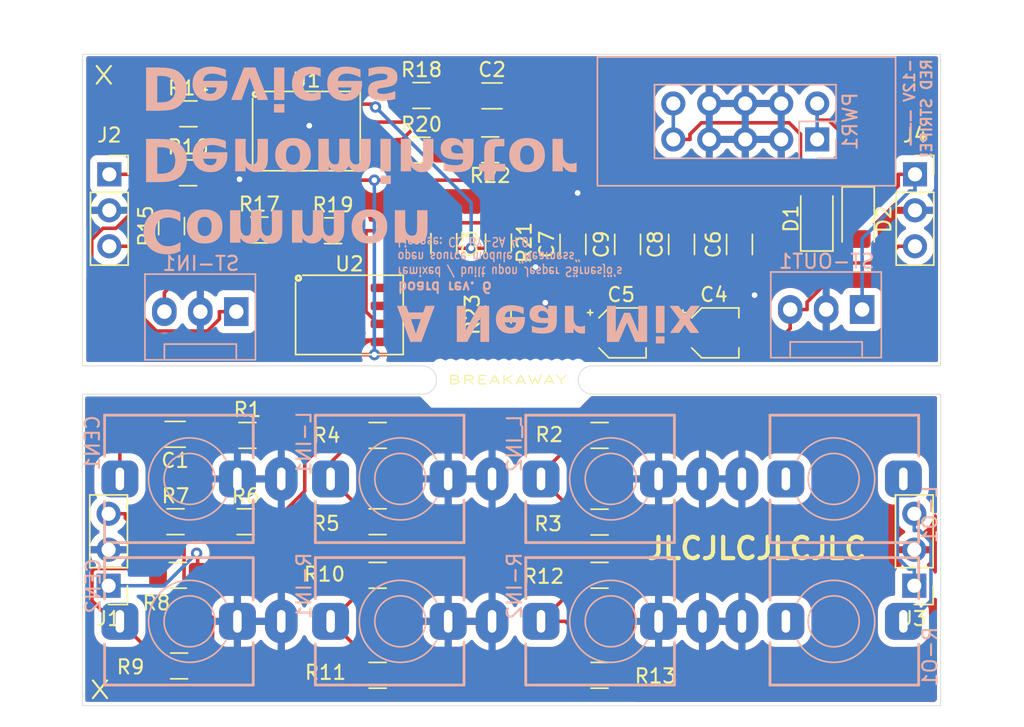
<source format=kicad_pcb>
(kicad_pcb (version 20240108) (generator "pcbnew") (generator_version "8.0")
  (layers (0 "F.Cu" signal) (31 "B.Cu" signal) (34 "B.Paste" user) (35 "F.Paste" user) (36 "B.SilkS" user "B.Silkscreen") (37 "F.SilkS" user "F.Silkscreen") (38 "B.Mask" user) (39 "F.Mask" user) (44 "Edge.Cuts" user))
  (property "company" "Common Denominator Devices")
  (property "product" "A Near Mix")
  (property "revision" "6")
  (net 0 "")
  (net 1 "/CEN_IN_1_net")
  (net 2 "Net-(C1-Pad2)")
  (net 3 "Net-(U1B--)")
  (net 4 "Net-(C2-Pad2)")
  (net 5 "Net-(C3-Pad2)")
  (net 6 "Net-(U2B--)")
  (net 7 "+12V")
  (net 8 "GND")
  (net 9 "-12V")
  (net 10 "Net-(D1-A)")
  (net 11 "Net-(D2-K)")
  (net 12 "Net-(J1-Pin_1)")
  (net 13 "Net-(J1-Pin_3)")
  (net 14 "Net-(J2-Pin_1)")
  (net 15 "Net-(J2-Pin_3)")
  (net 16 "Net-(J4-Pin_1)")
  (net 17 "Net-(J4-Pin_3)")
  (net 20 "Net-(ST-IN1-Pin_3)")
  (net 21 "Net-(R16-Pad2)")
  (net 22 "Net-(R17-Pad2)")
  (net 23 "Net-(ST-IN1-Pin_1)")
  (net 24 "Net-(CEN2-PadT)")
  (net 25 "Net-(J3-Pin_1)")
  (net 26 "Net-(J3-Pin_3)")
  (net 27 "Net-(L-IN1-PadT)")
  (net 28 "Net-(L_IN2-PadT)")
  (net 29 "Net-(R-IN1-PadT)")
  (net 30 "Net-(R-IN2-PadT)")
  (footprint "MountingHole:MountingHole_0.5mm" (layer "F.Cu") (at 142.7134 100.2208)
    (property "Reference" "MOUSE_BITE_01" (hide yes))
    (property "Value" "0.5mm_Hole" (hide yes))
  )
  (footprint "MountingHole:MountingHole_0.5mm" (layer "F.Cu") (at 142.4634 102.2208)
    (property "Reference" "MOUSE_BITE_15" (hide yes))
    (property "Value" "0.5mm_Hole" (hide yes))
  )
  (footprint "MountingHole:MountingHole_0.5mm" (layer "F.Cu") (at 143.4634 100.2208)
    (property "Reference" "MOUSE_BITE_02" (hide yes))
    (property "Value" "0.5mm_Hole" (hide yes))
  )
  (footprint "PCM_Package_SO_AKL:SOIC-8_3.9x4.9mm_P1.27mm" (layer "F.Cu") (at 133.2738 83.6422)
    (property "Reference" "U1")
    (property "Value" "TL072" (hide yes))
  )
  (footprint "MountingHole:MountingHole_0.5mm" (layer "F.Cu") (at 149.9634 102.2208)
    (property "Reference" "MOUSE_BITE_25" (hide yes))
    (property "Value" "0.5mm_Hole" (hide yes))
  )
  (footprint "Connector_PinHeader_2.54mm:PinHeader_1x03_P2.54mm_Vertical" (layer "F.Cu") (at 176.2006 115.7458 180)
    (property "Reference" "J3")
    (property "Value" "Conn_01x03_Male")
  )
  (footprint "PCM_4ms_Resistor:R_1206_3216Metric" (layer "F.Cu") (at 141.4018 81.1276)
    (property "Reference" "R18")
    (property "Value" "100K")
  )
  (footprint "MountingHole:MountingHole_0.5mm" (layer "F.Cu") (at 148.4634 102.2208)
    (property "Reference" "MOUSE_BITE_23" (hide yes))
    (property "Value" "0.5mm_Hole" (hide yes))
  )
  (footprint "PCM_4ms_Resistor:R_1206_3216Metric" (layer "F.Cu") (at 141.4018 84.9884)
    (property "Reference" "R20")
    (property "Value" "100K")
  )
  (footprint "Connector_PinSocket_2.54mm:PinSocket_1x03_P2.54mm_Vertical" (layer "F.Cu") (at 176.2506 86.6958)
    (property "Reference" "J4")
    (property "Value" "Conn_01x03_Female")
  )
  (footprint "MountingHole:MountingHole_0.5mm" (layer "F.Cu") (at 145.4634 102.2208)
    (property "Reference" "MOUSE_BITE_19" (hide yes))
    (property "Value" "0.5mm_Hole" (hide yes))
  )
  (footprint "Connector_PinHeader_2.54mm:PinHeader_1x03_P2.54mm_Vertical" (layer "F.Cu") (at 119.3042 115.7458 180)
    (property "Reference" "J1")
    (property "Value" "Conn_01x03_Male")
  )
  (footprint "PCM_Package_SO_AKL:SOIC-8_3.9x4.9mm_P1.27mm" (layer "F.Cu") (at 136.3091 96.6216)
    (property "Reference" "U2")
    (property "Value" "TL072" (hide yes))
  )
  (footprint "Capacitor_SMD:C_1206_3216Metric" (layer "F.Cu") (at 142.9766 91.5924 -90)
    (property "Reference" "C3")
    (property "Value" "22pF")
  )
  (footprint "Capacitor_SMD:C_1206_3216Metric" (layer "F.Cu") (at 163.8554 91.6432 90)
    (property "Reference" "C6")
    (property "Value" "100nF")
  )
  (footprint "MountingHole:MountingHole_0.5mm" (layer "F.Cu") (at 152.2134 102.2208)
    (property "Reference" "MOUSE_BITE_28" (hide yes))
    (property "Value" "0.5mm_Hole" (hide yes))
  )
  (footprint "MountingHole:MountingHole_0.5mm" (layer "F.Cu") (at 143.9634 102.2208)
    (property "Reference" "MOUSE_BITE_17" (hide yes))
    (property "Value" "0.5mm_Hole" (hide yes))
  )
  (footprint "Diode_SMD:D_1206_3216Metric" (layer "F.Cu") (at 169.3164 89.8252 90)
    (property "Reference" "D1")
    (property "Value" "1N5819")
  )
  (footprint "MountingHole:MountingHole_0.5mm" (layer "F.Cu") (at 144.2134 100.2208)
    (property "Reference" "MOUSE_BITE_03" (hide yes))
    (property "Value" "0.5mm_Hole" (hide yes))
  )
  (footprint "PCM_4ms_Resistor:R_1206_3216Metric" (layer "F.Cu") (at 138.303 122.0724)
    (property "Reference" "R11")
    (property "Value" "113K")
  )
  (footprint "PCM_4ms_Resistor:R_1206_3216Metric" (layer "F.Cu") (at 129.1082 105.1306)
    (property "Reference" "R1")
    (property "Value" "180K")
  )
  (footprint "MountingHole:MountingHole_0.5mm" (layer "F.Cu") (at 143.2134 102.2208)
    (property "Reference" "MOUSE_BITE_16" (hide yes))
    (property "Value" "0.5mm_Hole" (hide yes))
  )
  (footprint "Capacitor_SMD:C_1206_3216Metric" (layer "F.Cu") (at 159.766 91.6432 90)
    (property "Reference" "C8")
    (property "Value" "100nF")
  )
  (footprint "MountingHole:MountingHole_0.5mm" (layer "F.Cu") (at 146.9634 102.2208)
    (property "Reference" "MOUSE_BITE_21" (hide yes))
    (property "Value" "0.5mm_Hole" (hide yes))
  )
  (footprint "MountingHole:MountingHole_0.5mm" (layer "F.Cu") (at 145.7134 100.2208)
    (property "Reference" "MOUSE_BITE_05" (hide yes))
    (property "Value" "0.5mm_Hole" (hide yes))
  )
  (footprint "Capacitor_SMD:C_1206_3216Metric" (layer "F.Cu") (at 124.0028 105.0544 180)
    (property "Reference" "C1")
    (property "Value" "5.6nF")
  )
  (footprint "Capacitor_SMD:CP_Elec_3x5.3" (layer "F.Cu") (at 162.052 97.8916)
    (property "Reference" "C4")
    (property "Value" "22uF")
  )
  (footprint "PCM_4ms_Resistor:R_1206_3216Metric" (layer "F.Cu") (at 146.8374 91.5162 -90)
    (property "Reference" "R21")
    (property "Value" "100K")
  )
  (footprint "MountingHole:MountingHole_0.5mm" (layer "F.Cu") (at 151.7134 100.2208)
    (property "Reference" "MOUSE_BITE_13" (hide yes))
    (property "Value" "0.5mm_Hole" (hide yes))
  )
  (footprint "PCM_4ms_Resistor:R_1206_3216Metric" (layer "F.Cu") (at 128.9812 111.2266)
    (property "Reference" "R6")
    (property "Value" "110K")
  )
  (footprint "MountingHole:MountingHole_0.5mm" (layer "F.Cu") (at 144.7134 102.2208)
    (property "Reference" "MOUSE_BITE_18" (hide yes))
    (property "Value" "0.5mm_Hole" (hide yes))
  )
  (footprint "Capacitor_SMD:CP_Elec_3x5.3" (layer "F.Cu") (at 155.4988 97.8916)
    (property "Reference" "C5")
    (property "Value" "22uF")
  )
  (footprint "PCM_4ms_Resistor:R_1206_3216Metric" (layer "F.Cu") (at 146.2532 84.963 180)
    (property "Reference" "R22")
    (property "Value" "1K")
  )
  (footprint "Connector_PinSocket_2.54mm:PinSocket_1x03_P2.54mm_Vertical" (layer "F.Cu") (at 119.3542 86.6958)
    (property "Reference" "J2")
    (property "Value" "Conn_01x03_Female")
  )
  (footprint "Capacitor_SMD:C_1206_3216Metric" (layer "F.Cu") (at 146.3802 81.153)
    (property "Reference" "C2")
    (property "Value" "22pF")
  )
  (footprint "PCM_4ms_Resistor:R_1206_3216Metric" (layer "F.Cu") (at 124.9426 82.423)
    (property "Reference" "R14")
    (property "Value" "100K")
  )
  (footprint "Diode_SMD:D_1206_3216Metric" (layer "F.Cu") (at 172.2374 89.8652 -90)
    (property "Reference" "D2")
    (property "Value" "1N5819")
  )
  (footprint "MountingHole:MountingHole_0.5mm" (layer "F.Cu") (at 149.4634 100.2208)
    (property "Reference" "MOUSE_BITE_10" (hide yes))
    (property "Value" "0.5mm_Hole" (hide yes))
  )
  (footprint "MountingHole:MountingHole_0.5mm" (layer "F.Cu") (at 144.9634 100.2208)
    (property "Reference" "MOUSE_BITE_04" (hide yes))
    (property "Value" "0.5mm_Hole" (hide yes))
  )
  (footprint "MountingHole:MountingHole_0.5mm" (layer "F.Cu") (at 150.9634 100.2208)
    (property "Reference" "MOUSE_BITE_12" (hide yes))
    (property "Value" "0.5mm_Hole" (hide yes))
  )
  (footprint "PCM_4ms_Resistor:R_1206_3216Metric" (layer "F.Cu") (at 138.303 105.1306)
    (property "Reference" "R4")
    (property "Value" "113K")
  )
  (footprint "MountingHole:MountingHole_0.5mm" (layer "F.Cu") (at 146.2134 102.2208)
    (property "Reference" "MOUSE_BITE_20" (hide yes))
    (property "Value" "0.5mm_Hole" (hide yes))
  )
  (footprint "PCM_4ms_Resistor:R_1206_3216Metric" (layer "F.Cu") (at 124.9172 86.5886)
    (property "Reference" "R16")
    (property "Value" "100K")
  )
  (footprint "MountingHole:MountingHole_0.5mm" (layer "F.Cu") (at 147.9634 100.2208)
    (property "Reference" "MOUSE_BITE_08" (hide yes))
    (property "Value" "0.5mm_Hole" (hide yes))
  )
  (footprint "MountingHole:MountingHole_0.5mm" (layer "F.Cu") (at 148.7134 100.2208)
    (property "Reference" "MOUSE_BITE_09" (hide yes))
    (property "Value" "0.5mm_Hole" (hide yes))
  )
  (footprint "PCM_4ms_Resistor:R_1206_3216Metric" (layer "F.Cu") (at 153.9748 115.0112)
    (property "Reference" "R12")
    (property "Value" "620K")
  )
  (footprint "MountingHole:MountingHole_0.5mm" (layer "F.Cu") (at 146.4634 100.2208)
    (property "Reference" "MOUSE_BITE_06" (hide yes))
    (property "Value" "0.5mm_Hole" (hide yes))
  )
  (footprint "MountingHole:MountingHole_0.5mm" (layer "F.Cu") (at 147.2134 100.2208)
    (property "Reference" "MOUSE_BITE_07" (hide yes))
    (property "Value" "0.5mm_Hole" (hide yes))
  )
  (footprint "PCM_4ms_Resistor:R_1206_3216Metric" (layer "F.Cu") (at 135.1534 90.678)
    (property "Reference" "R19")
    (property "Value" "100K")
  )
  (footprint "PCM_4ms_Resistor:R_1206_3216Metric" (layer "F.Cu") (at 129.9464 90.6272)
    (property "Reference" "R17")
    (property "Value" "100K")
  )
  (footprint "PCM_4ms_Resistor:R_1206_3216Metric" (layer "F.Cu") (at 138.303 111.2266)
    (property "Reference" "R5")
    (property "Value" "220K")
  )
  (footprint "MountingHole:MountingHole_0.5mm" (layer "F.Cu") (at 152.4634 100.2208)
    (property "Reference" "MOUSE_BITE_14" (hide yes))
    (property "Value" "0.5mm_Hole" (hide yes))
  )
  (footprint "PCM_4ms_Resistor:R_1206_3216Metric" (layer "F.Cu") (at 124.2822 121.412)
    (property "Reference" "R9")
    (property "Value" "110K")
  )
  (footprint "PCM_4ms_Resistor:R_1206_3216Metric" (layer "F.Cu") (at 146.812 96.5962 90)
    (property "Reference" "R23")
    (property "Value" "1K")
  )
  (footprint "PCM_4ms_Resistor:R_1206_3216Metric" (layer "F.Cu") (at 138.303 115.0112)
    (property "Reference" "R10")
    (property "Value" "220K")
  )
  (footprint "MountingHole:MountingHole_0.5mm" (layer "F.Cu") (at 150.2134 100.2208)
    (property "Reference" "MOUSE_BITE_11" (hide yes))
    (property "Value" "0.5mm_Hole" (hide yes))
  )
  (footprint "Capacitor_SMD:C_1206_3216Metric" (layer "F.Cu") (at 152.0952 91.6432 90)
    (property "Reference" "C7")
    (property "Value" "100nF")
  )
  (footprint "MountingHole:MountingHole_0.5mm" (layer "F.Cu") (at 149.2134 102.2208)
    (property "Reference" "MOUSE_BITE_24" (hide yes))
    (property "Value" "0.5mm_Hole" (hide yes))
  )
  (footprint "PCM_4ms_Resistor:R_1206_3216Metric" (layer "F.Cu") (at 124.195 115.0112)
    (property "Reference" "R8")
    (property "Value" "110K")
  )
  (footprint "PCM_4ms_Resistor:R_1206_3216Metric" (layer "F.Cu") (at 153.9748 105.1306)
    (property "Reference" "R2")
    (property "Value" "102K")
  )
  (footprint "MountingHole:MountingHole_0.5mm" (layer "F.Cu") (at 150.7134 102.2208)
    (property "Reference" "MOUSE_BITE_26" (hide yes))
    (property "Value" "0.5mm_Hole" (hide yes))
  )
  (footprint "PCM_4ms_Resistor:R_1206_3216Metric" (layer "F.Cu") (at 124.0282 111.2266)
    (property "Reference" "R7")
    (property "Value" "110K")
  )
  (footprint "PCM_4ms_Resistor:R_1206_3216Metric" (layer "F.Cu") (at 123.7488 90.3478 90)
    (property "Reference" "R15")
    (property "Value" "100K")
  )
  (footprint "PCM_4ms_Resistor:R_1206_3216Metric" (layer "F.Cu") (at 153.9748 111.252)
    (property "Reference" "R3")
    (property "Value" "620K")
  )
  (footprint "Capacitor_SMD:C_1206_3216Metric" (layer "F.Cu") (at 155.956 91.6432 90)
    (property "Reference" "C9")
    (property "Value" "100nF")
  )
  (footprint "PCM_4ms_Resistor:R_1206_3216Metric" (layer "F.Cu") (at 153.9748 122.0724 180)
    (property "Reference" "R13")
    (property "Value" "102K")
  )
  (footprint "MountingHole:MountingHole_0.5mm" (layer "F.Cu") (at 151.4634 102.2208)
    (property "Reference" "MOUSE_BITE_27" (hide yes))
    (property "Value" "0.5mm_Hole" (hide yes))
  )
  (footprint "MountingHole:MountingHole_0.5mm" (layer "F.Cu") (at 147.7134 102.2208)
    (property "Reference" "MOUSE_BITE_22" (hide yes))
    (property "Value" "0.5mm_Hole" (hide yes))
  )
  (footprint "Audio Jacks:Jack_3.5mm_QingPu_WQP-PJ398SM_Vertical" (layer "B.Cu") (at 154.7622 118.2624 -90)
    (property "Reference" "R-IN2")
    (property "Value" "AudioJack2_SwitchT")
  )
  (footprint "Audio Jacks:Jack_3.5mm_QingPu_WQP-PJ398SM_Vertical" (layer "B.Cu") (at 125.0188 118.2624 -90)
    (property "Reference" "CEN2")
    (property "Value" "AudioJack2_SwitchT")
  )
  (footprint "Connector:FanPinHeader_1x03_P2.54mm_Vertical" (layer "B.Cu") (at 128.3208 96.393 180)
    (property "Reference" "ST-IN1")
    (property "Value" "Conn_01x03_Male")
  )
  (footprint "Audio Jacks:Jack_3.5mm_QingPu_WQP-PJ398SM_Vertical" (layer "B.Cu") (at 139.9023 108.204 -90)
    (property "Reference" "L-IN1")
    (property "Value" "AudioJack2_SwitchT")
  )
  (footprint "Audio Jacks:Jack_3.5mm_QingPu_WQP-PJ398SM_Vertical" (layer "B.Cu") (at 139.9032 118.2624 -90)
    (property "Reference" "R-IN1")
    (property "Value" "AudioJack2_SwitchT")
  )
  (footprint "Audio Jacks:Jack_3.5mm_QingPu_WQP-PJ398SM_Vertical" (layer "B.Cu") (at 125.0179 108.204 -90)
    (property "Reference" "CEN1")
    (property "Value" "AudioJack2_SwitchT")
  )
  (footprint "Connector:FanPinHeader_1x03_P2.54mm_Vertical" (layer "B.Cu") (at 172.5168 96.2406 180)
    (property "Reference" "ST-OUT1")
    (property "Value" "Conn_01x03_Male")
  )
  (footprint "Audio Jacks:Jack_3.5mm_QingPu_WQP-PJ398SM_Vertical" (layer "B.Cu") (at 170.5099 118.2624 90)
    (property "Reference" "R-O1")
    (property "Value" "AudioJack2_SwitchT")
  )
  (footprint "Audio Jacks:Jack_3.5mm_QingPu_WQP-PJ398SM_Vertical" (layer "B.Cu") (at 170.509 108.204 90)
    (property "Reference" "L-O1")
    (property "Value" "AudioJack2_SwitchT")
  )
  (footprint "Audio Jacks:Jack_3.5mm_QingPu_WQP-PJ398SM_Vertical" (layer "B.Cu") (at 154.7613 108.204 -90)
    (property "Reference" "L_IN2")
    (property "Value" "AudioJack2_SwitchT")
  )
  (footprint "Connector_PinHeader_2.54mm:PinHeader_2x05_P2.54mm_Vertical" (layer "B.Cu") (at 169.3418 84.2314 90)
    (property "Reference" "PWR1")
    (property "Value" "Conn_02x05_Odd_Even")
  )
  (gr_rect (start 153.8224 78.4098) (end 174.879 87.503) (stroke (width 0.12)) (fill none) (layer "B.SilkS"))
  (gr_line (start 117.4634 100.2208) (end 141.4634 100.2208) (stroke (width 0.05)) (layer "Edge.Cuts"))
  (gr_line (start 117.4634 78.2208) (end 178.0634 78.2208) (stroke (width 0.05)) (layer "Edge.Cuts"))
  (gr_line (start 153.4634 102.2208) (end 178.0634 102.2208) (stroke (width 0.05)) (layer "Edge.Cuts"))
  (gr_line (start 117.4634 78.2208) (end 117.4634 100.2208) (stroke (width 0.05)) (layer "Edge.Cuts"))
  (gr_line (start 178.0634 78.2208) (end 178.0634 100.2208) (stroke (width 0.05)) (layer "Edge.Cuts"))
  (gr_arc (start 153.4634 102.2208) (mid 152.4634 101.2208) (end 153.4634 100.2208) (stroke (width 0.05)) (layer "Edge.Cuts"))
  (gr_arc (start 141.4634 100.2208) (mid 142.4634 101.2208) (end 141.4634 102.2208) (stroke (width 0.05)) (layer "Edge.Cuts"))
  (gr_line (start 117.4634 124.2208) (end 178.0634 124.2208) (stroke (width 0.05)) (layer "Edge.Cuts"))
  (gr_line (start 117.4634 102.2208) (end 117.4634 124.2208) (stroke (width 0.05)) (layer "Edge.Cuts"))
  (gr_line (start 153.4634 100.2208) (end 178.0634 100.2208) (stroke (width 0.05)) (layer "Edge.Cuts"))
  (gr_line (start 117.4634 102.2208) (end 141.4634 102.2208) (stroke (width 0.05)) (layer "Edge.Cuts"))
  (gr_line (start 178.0634 102.2208) (end 178.0634 124.2208) (stroke (width 0.05)) (layer "Edge.Cuts"))
  (gr_text "-12V ———\nRED STRIPE!" (at 176.4634 78.4708 90) (layer "B.SilkS") (effects (font (size 0.75 0.75)) (justify left mirror)))
  (gr_text "remixed / built upon Jesper Särnesjö’s\nopen source module “Nearness”\nLicense: CC BY-SA 4.0" (at 139.648807 92.5068 180) (layer "B.SilkS") (effects (font (size 0.65 0.525) (thickness 0.1)) (justify left mirror)))
  (gr_text "board rev. ${revision}" (at 139.648807 94.6658 180) (layer "B.SilkS") (effects (font (size 0.75 0.7)) (justify left mirror)))
  (gr_text "Common\nDenominator\nDevices" (at 121.5644 78.6384 180) (layer "B.SilkS") (effects (font (size 3 3) (thickness 0.3) (bold yes)) (justify left bottom mirror)))
  (gr_text "A Near Mix" (at 139.648807 95.5548 180) (layer "B.SilkS") (effects (font (size 2.5 2.5) (thickness 0.3) (bold yes)) (justify left bottom mirror)))
  (gr_text "X" (at 118.6942 123.1138 -0) (layer "F.SilkS") (effects (font (size 1.25 1.5)) (justify mirror)))
  (gr_text "JLCJLCJLCJLC" (at 157.1498 113.9952 -0) (layer "F.SilkS") (effects (font (size 1.5 1.5) (thickness 0.3) (bold yes)) (justify left bottom)))
  (gr_text "X" (at 118.9634 79.7208 0) (layer "F.SilkS") (effects (font (size 1.25 1.5))))
  (gr_text "BREAKAWAY" (at 147.4634 101.2208 0) (layer "F.SilkS") (effects (font (size 0.6 1) (thickness 0.08))))
  (segment (start 125.4778 105.0544) (end 124.234 103.8106) (width 0.25) (layer "F.Cu") (net 1))
  (segment (start 120.0979 105.6289) (end 120.0979 108.204) (width 0.25) (layer "F.Cu") (net 1))
  (segment (start 124.234 103.8106) (end 121.9162 103.8106) (width 0.25) (layer "F.Cu") (net 1))
  (segment (start 121.9162 103.8106) (end 120.0979 105.6289) (width 0.25) (layer "F.Cu") (net 1))
  (segment (start 126.5117 110.1571) (end 127.5812 111.2266) (width 0.25) (layer "F.Cu") (net 2))
  (segment (start 126.5117 106.3271) (end 127.7082 105.1306) (width 0.25) (layer "F.Cu") (net 2))
  (segment (start 126.5117 109.9934) (end 123.8614 109.9934) (width 0.25) (layer "F.Cu") (net 2))
  (segment (start 126.5117 109.9934) (end 126.5117 110.1571) (width 0.25) (layer "F.Cu") (net 2))
  (segment (start 123.8005 106.3271) (end 126.5117 106.3271) (width 0.25) (layer "F.Cu") (net 2))
  (segment (start 126.5117 106.3271) (end 126.5117 109.9934) (width 0.25) (layer "F.Cu") (net 2))
  (segment (start 123.8614 109.9934) (end 122.6282 111.2266) (width 0.25) (layer "F.Cu") (net 2))
  (segment (start 122.5278 105.0544) (end 123.8005 106.3271) (width 0.25) (layer "F.Cu") (net 2))
  (segment (start 142.8272 81.153) (end 142.8018 81.1276) (width 0.25) (layer "F.Cu") (net 3))
  (segment (start 140.0018 84.2772) (end 140.0018 84.9884) (width 0.25) (layer "F.Cu") (net 3))
  (segment (start 140.0018 84.2772) (end 135.7488 84.2772) (width 0.25) (layer "F.Cu") (net 3))
  (segment (start 142.8272 81.153) (end 142.8272 81.4518) (width 0.25) (layer "F.Cu") (net 3))
  (segment (start 144.9052 81.153) (end 142.8272 81.153) (width 0.25) (layer "F.Cu") (net 3))
  (segment (start 142.8272 81.4518) (end 140.0018 84.2772) (width 0.25) (layer "F.Cu") (net 3))
  (segment (start 147.6532 81.355) (end 147.6532 84.963) (width 0.25) (layer "F.Cu") (net 4))
  (segment (start 147.8552 81.153) (end 147.6532 81.355) (width 0.25) (layer "F.Cu") (net 4))
  (segment (start 142.202 79.8944) (end 141.1896 80.9068) (width 0.25) (layer "F.Cu") (net 4))
  (segment (start 147.8552 81.153) (end 146.5966 79.8944) (width 0.25) (layer "F.Cu") (net 4))
  (segment (start 141.1896 81.8199) (end 140.0023 83.0072) (width 0.25) (layer "F.Cu") (net 4))
  (segment (start 141.1896 80.9068) (end 141.1896 81.8199) (width 0.25) (layer "F.Cu") (net 4))
  (segment (start 146.5966 79.8944) (end 142.202 79.8944) (width 0.25) (layer "F.Cu") (net 4))
  (segment (start 140.0023 83.0072) (end 135.7488 83.0072) (width 0.25) (layer "F.Cu") (net 4))
  (segment (start 142.9766 93.0674) (end 142.9766 95.9866) (width 0.25) (layer "F.Cu") (net 5))
  (segment (start 142.9766 95.9866) (end 138.7841 95.9866) (width 0.25) (layer "F.Cu") (net 5))
  (segment (start 146.812 97.9962) (end 144.8024 95.9866) (width 0.25) (layer "F.Cu") (net 5))
  (segment (start 144.8024 95.9866) (end 142.9766 95.9866) (width 0.25) (layer "F.Cu") (net 5))
  (segment (start 146.8362 90.1174) (end 146.8374 90.1162) (width 0.25) (layer "F.Cu") (net 6))
  (segment (start 137.4818 96.3907) (end 138.3477 97.2566) (width 0.25) (layer "F.Cu") (net 6))
  (segment (start 142.416 90.678) (end 137.4818 90.678) (width 0.25) (layer "F.Cu") (net 6))
  (segment (start 136.5534 90.678) (end 137.4818 90.678) (width 0.25) (layer "F.Cu") (net 6))
  (segment (start 142.9766 90.1174) (end 146.8362 90.1174) (width 0.25) (layer "F.Cu") (net 6))
  (segment (start 137.4818 90.678) (end 137.4818 96.3907) (width 0.25) (layer "F.Cu") (net 6))
  (segment (start 138.3477 97.2566) (end 138.7841 97.2566) (width 0.25) (layer "F.Cu") (net 6))
  (segment (start 142.9766 90.1174) (end 142.416 90.678) (width 0.25) (layer "F.Cu") (net 6))
  (segment (start 135.7488 81.7372) (end 137.9474 81.7372) (width 0.25) (layer "F.Cu") (net 7))
  (segment (start 163.8554 93.1182) (end 167.4234 93.1182) (width 0.25) (layer "F.Cu") (net 7))
  (segment (start 161.338 93.1182) (end 163.8554 93.1182) (width 0.25) (layer "F.Cu") (net 7))
  (segment (start 160.552 93.9042) (end 159.766 93.1182) (width 0.25) (layer "F.Cu") (net 7))
  (segment (start 167.4234 93.1182) (end 169.3164 91.2252) (width 0.25) (layer "F.Cu") (net 7))
  (segment (start 159.766 93.1182) (end 158.5605 91.9127) (width 0.25) (layer "F.Cu") (net 7))
  (segment (start 137.9474 81.7372) (end 138.1506 81.9404) (width 0.25) (layer "F.Cu") (net 7))
  (segment (start 141.588 91.9127) (end 138.7841 94.7166) (width 0.25) (layer "F.Cu") (net 7))
  (segment (start 160.552 93.9042) (end 161.338 93.1182) (width 0.25) (layer "F.Cu") (net 7))
  (segment (start 135.026 81.7372) (end 135.7488 81.7372) (width 0.25) (layer "F.Cu") (net 7))
  (segment (start 158.5605 91.9127) (end 148.0669 91.9127) (width 0.25) (layer "F.Cu") (net 7))
  (segment (start 144.907 91.9127) (end 141.588 91.9127) (width 0.25) (layer "F.Cu") (net 7))
  (segment (start 160.552 97.8916) (end 160.552 93.9042) (width 0.25) (layer "F.Cu") (net 7))
  (segment (start 148.0669 91.9127) (end 144.907 91.9127) (width 0.25) (layer "F.Cu") (net 7))
  (via (at 138.1506 81.9404) (size 0.8) (drill 0.4) (layers "F.Cu" "B.Cu") (net 7))
  (via (at 144.907 91.9127) (size 0.8) (drill 0.4) (layers "F.Cu" "B.Cu") (net 7))
  (segment (start 144.907 88.6968) (end 144.907 91.9127) (width 0.25) (layer "B.Cu") (net 7))
  (segment (start 144.907 91.9127) (end 144.9832 91.8365) (width 0.25) (layer "B.Cu") (net 7))
  (segment (start 138.1506 81.9404) (end 144.907 88.6968) (width 0.25) (layer "B.Cu") (net 7))
  (via (at 164.9222 95.2246) (size 0.8) (drill 0.4) (layers "F.Cu" "B.Cu") (net 8))
  (via (at 152.4254 88.011) (size 0.8) (drill 0.4) (layers "F.Cu" "B.Cu") (net 8))
  (via (at 133.477 83.2612) (size 0.8) (drill 0.4) (layers "F.Cu" "B.Cu") (net 8))
  (via (at 149.4536 93.2434) (size 0.8) (drill 0.4) (layers "F.Cu" "B.Cu") (net 8))
  (via (at 128.5494 87.0458) (size 0.8) (drill 0.4) (layers "F.Cu" "B.Cu") (net 8))
  (via (at 150.1394 95.758) (size 0.8) (drill 0.4) (layers "F.Cu" "B.Cu") (net 8))
  (segment (start 171.2249 90.2527) (end 172.2374 91.2652) (width 0.25) (layer "F.Cu") (net 9))
  (segment (start 138.0744 99.4266) (end 134.7341 99.4266) (width 0.25) (layer "F.Cu") (net 9))
  (segment (start 152.0952 90.1682) (end 155.956 90.1682) (width 0.25) (layer "F.Cu") (net 9))
  (segment (start 134.7341 99.4266) (end 133.8341 98.5266) (width 0.25) (layer "F.Cu") (net 9))
  (segment (start 149.0354 87.1084) (end 138.0713 87.1084) (width 0.25) (layer "F.Cu") (net 9))
  (segment (start 165.8973 91.078) (end 166.7226 90.2527) (width 0.25) (layer "F.Cu") (net 9))
  (segment (start 138.0744 99.4266) (end 155.4638 99.4266) (width 0.25) (layer "F.Cu") (net 9))
  (segment (start 155.4638 99.4266) (end 156.9988 97.8916) (width 0.25) (layer "F.Cu") (net 9))
  (segment (start 166.7226 90.2527) (end 171.2249 90.2527) (width 0.25) (layer "F.Cu") (net 9))
  (segment (start 138.0713 87.1084) (end 132.36 87.1084) (width 0.25) (layer "F.Cu") (net 9))
  (segment (start 155.956 90.1682) (end 156.8658 91.078) (width 0.25) (layer "F.Cu") (net 9))
  (segment (start 132.36 87.1084) (end 130.7988 85.5472) (width 0.25) (layer "F.Cu") (net 9))
  (segment (start 156.8658 91.078) (end 165.8973 91.078) (width 0.25) (layer "F.Cu") (net 9))
  (segment (start 152.0952 90.1682) (end 149.0354 87.1084) (width 0.25) (layer "F.Cu") (net 9))
  (via (at 138.0744 99.4266) (size 0.8) (drill 0.4) (layers "F.Cu" "B.Cu") (net 9))
  (via (at 138.0713 87.1084) (size 0.8) (drill 0.4) (layers "F.Cu" "B.Cu") (net 9))
  (segment (start 138.0744 99.4266) (end 138.0713 99.4235) (width 0.25) (layer "B.Cu") (net 9))
  (segment (start 138.0713 99.4235) (end 138.0713 87.1084) (width 0.25) (layer "B.Cu") (net 9))
  (segment (start 168.1651 87.2739) (end 169.3164 88.4252) (width 0.25) (layer "F.Cu") (net 10))
  (segment (start 161.1674 83.0547) (end 167.3581 83.0547) (width 0.25) (layer "F.Cu") (net 10))
  (segment (start 159.1818 84.2314) (end 160.3585 84.2314) (width 0.25) (layer "F.Cu") (net 10))
  (segment (start 168.1651 83.8617) (end 168.1651 87.2739) (width 0.25) (layer "F.Cu") (net 10))
  (segment (start 160.3585 83.8636) (end 161.1674 83.0547) (width 0.25) (layer "F.Cu") (net 10))
  (segment (start 160.3585 84.2314) (end 160.3585 83.8636) (width 0.25) (layer "F.Cu") (net 10))
  (segment (start 167.3581 83.0547) (end 168.1651 83.8617) (width 0.25) (layer "F.Cu") (net 10))
  (segment (start 159.1818 81.6914) (end 159.1818 84.2314) (width 0.25) (layer "B.Cu") (net 10))
  (segment (start 170.1508 82.8681) (end 169.3418 82.8681) (width 0.25) (layer "F.Cu") (net 11))
  (segment (start 172.2374 84.9547) (end 170.1508 82.8681) (width 0.25) (layer "F.Cu") (net 11))
  (segment (start 172.2374 88.4652) (end 172.2374 84.9547) (width 0.25) (layer "F.Cu") (net 11))
  (segment (start 169.3418 81.6914) (end 169.3418 82.8681) (width 0.25) (layer "F.Cu") (net 11))
  (segment (start 169.3418 81.6914) (end 169.3418 84.2314) (width 0.25) (layer "B.Cu") (net 11))
  (segment (start 126.7977 113.8085) (end 138.5003 113.8085) (width 0.25) (layer "F.Cu") (net 12))
  (segment (start 133.1537 107.0611) (end 133.1537 109.0635) (width 0.25) (layer "F.Cu") (net 12))
  (segment (start 154.4123 114.0487) (end 155.3748 115.0112) (width 0.25) (layer "F.Cu") (net 12))
  (segment (start 140.9521 113.7621) (end 139.703 115.0112) (width 0.25) (layer "F.Cu") (net 12))
  (segment (start 154.4123 106.0931) (end 154.4123 113.7621) (width 0.25) (layer "F.Cu") (net 12))
  (segment (start 155.3748 105.1306) (end 154.1003 103.8561) (width 0.25) (layer "F.Cu") (net 12))
  (segment (start 138.5003 113.8085) (end 139.703 115.0112) (width 0.25) (layer "F.Cu") (net 12))
  (segment (start 130.9906 111.2266) (end 130.3812 111.2266) (width 0.25) (layer "F.Cu") (net 12))
  (segment (start 125.5184 113.4529) (end 125.595 113.5295) (width 0.25) (layer "F.Cu") (net 12))
  (segment (start 154.4123 113.7621) (end 154.4123 114.0487) (width 0.25) (layer "F.Cu") (net 12))
  (segment (start 125.595 115.0112) (end 126.7977 113.8085) (width 0.25) (layer "F.Cu") (net 12))
  (segment (start 125.595 113.5295) (end 125.595 115.0112) (width 0.25) (layer "F.Cu") (net 12))
  (segment (start 133.1537 109.0635) (end 130.9906 111.2266) (width 0.25) (layer "F.Cu") (net 12))
  (segment (start 155.3748 105.1306) (end 154.4123 106.0931) (width 0.25) (layer "F.Cu") (net 12))
  (segment (start 139.703 103.8561) (end 136.3587 103.8561) (width 0.25) (layer "F.Cu") (net 12))
  (segment (start 154.4123 113.7621) (end 140.9521 113.7621) (width 0.25) (layer "F.Cu") (net 12))
  (segment (start 136.3587 103.8561) (end 133.1537 107.0611) (width 0.25) (layer "F.Cu") (net 12))
  (segment (start 139.703 105.1306) (end 139.703 103.8561) (width 0.25) (layer "F.Cu") (net 12))
  (segment (start 154.1003 103.8561) (end 139.703 103.8561) (width 0.25) (layer "F.Cu") (net 12))
  (via (at 125.5184 113.4529) (size 0.8) (drill 0.4) (layers "F.Cu" "B.Cu") (net 12))
  (segment (start 123.2255 115.7458) (end 125.5184 113.4529) (width 0.25) (layer "B.Cu") (net 12))
  (segment (start 119.3042 115.7458) (end 123.2255 115.7458) (width 0.25) (layer "B.Cu") (net 12))
  (segment (start 138.4602 112.4694) (end 139.703 111.2266) (width 0.25) (layer "F.Cu") (net 13))
  (segment (start 126.6421 122.3719) (end 126.6421 118.0104) (width 0.25) (layer "F.Cu") (net 13))
  (segment (start 126.6421 122.3719) (end 127.602 123.3318) (width 0.25) (layer "F.Cu") (net 13))
  (segment (start 127.602 123.3318) (end 138.4436 123.3318) (width 0.25) (layer "F.Cu") (net 13))
  (segment (start 156.0018 123.2764) (end 156.3336 122.9446) (width 0.25) (layer "F.Cu") (net 13))
  (segment (start 152.5748 122.0724) (end 153.7788 123.2764) (width 0.25) (layer "F.Cu") (net 13))
  (segment (start 126.6421 118.0104) (end 124.6334 116.0017) (width 0.25) (layer "F.Cu") (net 13))
  (segment (start 125.6822 121.412) (end 126.6421 122.3719) (width 0.25) (layer "F.Cu") (net 13))
  (segment (start 125.4282 112.4694) (end 138.4602 112.4694) (width 0.25) (layer "F.Cu") (net 13))
  (segment (start 156.3336 122.9446) (end 156.3336 112.2108) (width 0.25) (layer "F.Cu") (net 13))
  (segment (start 139.703 122.0724) (end 152.5748 122.0724) (width 0.25) (layer "F.Cu") (net 13))
  (segment (start 124.6334 116.0017) (end 124.6334 112.4694) (width 0.25) (layer "F.Cu") (net 13))
  (segment (start 120.4809 110.96) (end 121.9903 112.4694) (width 0.25) (layer "F.Cu") (net 13))
  (segment (start 156.3336 112.2108) (end 155.3748 111.252) (width 0.25) (layer "F.Cu") (net 13))
  (segment (start 124.6334 112.4694) (end 125.4282 112.4694) (width 0.25) (layer "F.Cu") (net 13))
  (segment (start 138.4436 123.3318) (end 139.703 122.0724) (width 0.25) (layer "F.Cu") (net 13))
  (segment (start 119.3042 110.6658) (end 120.4809 110.6658) (width 0.25) (layer "F.Cu") (net 13))
  (segment (start 153.7788 123.2764) (end 156.0018 123.2764) (width 0.25) (layer "F.Cu") (net 13))
  (segment (start 120.4809 110.6658) (end 120.4809 110.96) (width 0.25) (layer "F.Cu") (net 13))
  (segment (start 121.9903 112.4694) (end 124.6334 112.4694) (width 0.25) (layer "F.Cu") (net 13))
  (segment (start 125.4282 112.4694) (end 125.4282 111.2266) (width 0.25) (layer "F.Cu") (net 13))
  (segment (start 123.5426 82.423) (end 124.7602 81.2054) (width 0.25) (layer "F.Cu") (net 14))
  (segment (start 123.5172 82.4484) (end 123.5426 82.423) (width 0.25) (layer "F.Cu") (net 14))
  (segment (start 129.1135 83.0072) (end 130.7988 83.0072) (width 0.25) (layer "F.Cu") (net 14))
  (segment (start 119.3542 86.6958) (end 123.41 86.6958) (width 0.25) (layer "F.Cu") (net 14))
  (segment (start 127.3117 81.2054) (end 129.1135 83.0072) (width 0.25) (layer "F.Cu") (net 14))
  (segment (start 124.7602 81.2054) (end 127.3117 81.2054) (width 0.25) (layer "F.Cu") (net 14))
  (segment (start 123.41 86.6958) (end 123.5172 86.5886) (width 0.25) (layer "F.Cu") (net 14))
  (segment (start 123.5172 86.5886) (end 123.5172 82.4484) (width 0.25) (layer "F.Cu") (net 14))
  (segment (start 133.367 95.9866) (end 133.8341 95.9866) (width 0.25) (layer "F.Cu") (net 15))
  (segment (start 128.5464 90.6272) (end 128.5464 91.166) (width 0.25) (layer "F.Cu") (net 15))
  (segment (start 119.3542 91.7758) (end 120.9208 91.7758) (width 0.25) (layer "F.Cu") (net 15))
  (segment (start 128.5464 90.6272) (end 125.4282 90.6272) (width 0.25) (layer "F.Cu") (net 15))
  (segment (start 128.5464 91.166) (end 133.367 95.9866) (width 0.25) (layer "F.Cu") (net 15))
  (segment (start 125.4282 90.6272) (end 123.7488 88.9478) (width 0.25) (layer "F.Cu") (net 15))
  (segment (start 120.9208 91.7758) (end 123.7488 88.9478) (width 0.25) (layer "F.Cu") (net 15))
  (segment (start 173.1062 89.4725) (end 175.0739 87.5048) (width 0.25) (layer "F.Cu") (net 16))
  (segment (start 146.1375 86.2473) (end 161.9525 86.2473) (width 0.25) (layer "F.Cu") (net 16))
  (segment (start 161.9525 86.2473) (end 165.1777 89.4725) (width 0.25) (layer "F.Cu") (net 16))
  (segment (start 175.0739 87.5048) (end 175.0739 86.6958) (width 0.25) (layer "F.Cu") (net 16))
  (segment (start 144.8532 84.963) (end 146.1375 86.2473) (width 0.25) (layer "F.Cu") (net 16))
  (segment (start 165.1777 89.4725) (end 173.1062 89.4725) (width 0.25) (layer "F.Cu") (net 16))
  (segment (start 176.2506 86.6958) (end 175.0739 86.6958) (width 0.25) (layer "F.Cu") (net 16))
  (segment (start 144.8278 84.9884) (end 144.8532 84.963) (width 0.25) (layer "F.Cu") (net 16))
  (segment (start 142.8018 84.9884) (end 144.8278 84.9884) (width 0.25) (layer "F.Cu") (net 16))
  (segment (start 172.5168 91.2386) (end 172.5168 96.2406) (width 0.25) (layer "B.Cu") (net 16))
  (segment (start 175.8829 87.8725) (end 172.5168 91.2386) (width 0.25) (layer "B.Cu") (net 16))
  (segment (start 176.2506 87.8725) (end 175.8829 87.8725) (width 0.25) (layer "B.Cu") (net 16))
  (segment (start 176.2506 86.6958) (end 176.2506 87.8725) (width 0.25) (layer "B.Cu") (net 16))
  (segment (start 146.8374 94.4952) (end 146.8374 92.9162) (width 0.25) (layer "F.Cu") (net 17))
  (segment (start 159.2854 99.0244) (end 165.9947 99.0244) (width 0.25) (layer "F.Cu") (net 17))
  (segment (start 167.4368 96.2406) (end 167.4368 97.5823) (width 0.25) (layer "F.Cu") (net 17))
  (segment (start 155.9645 94.4952) (end 158.8585 97.3892) (width 0.25) (layer "F.Cu") (net 17))
  (segment (start 176.2506 91.7758) (end 175.0739 91.7758) (width 0.25) (layer "F.Cu") (net 17))
  (segment (start 168.6285 95.7192) (end 168.6285 96.2406) (width 0.25) (layer "F.Cu") (net 17))
  (segment (start 165.9947 99.0244) (end 167.4368 97.5823) (width 0.25) (layer "F.Cu") (net 17))
  (segment (start 158.8585 98.5975) (end 159.2854 99.0244) (width 0.25) (layer "F.Cu") (net 17))
  (segment (start 146.812 95.1962) (end 146.812 94.5206) (width 0.25) (layer "F.Cu") (net 17))
  (segment (start 146.812 94.5206) (end 146.8374 94.4952) (width 0.25) (layer "F.Cu") (net 17))
  (segment (start 173.8972 92.9525) (end 171.3952 92.9525) (width 0.25) (layer "F.Cu") (net 17))
  (segment (start 158.8585 97.3892) (end 158.8585 98.5975) (width 0.25) (layer "F.Cu") (net 17))
  (segment (start 171.3952 92.9525) (end 168.6285 95.7192) (width 0.25) (layer "F.Cu") (net 17))
  (segment (start 175.0739 91.7758) (end 173.8972 92.9525) (width 0.25) (layer "F.Cu") (net 17))
  (segment (start 167.4368 96.2406) (end 168.6285 96.2406) (width 0.25) (layer "F.Cu") (net 17))
  (segment (start 146.8374 94.4952) (end 155.9645 94.4952) (width 0.25) (layer "F.Cu") (net 17))
  (segment (start 123.7488 91.7478) (end 123.7488 94.5433) (width 0.25) (layer "F.Cu") (net 20))
  (segment (start 123.7488 94.5433) (end 123.2408 95.0513) (width 0.25) (layer "F.Cu") (net 20))
  (segment (start 123.2408 96.393) (end 123.2408 95.0513) (width 0.25) (layer "F.Cu") (net 20))
  (segment (start 129.2636 83.6422) (end 131.835 83.6422) (width 0.25) (layer "F.Cu") (net 21))
  (segment (start 131.835 83.6422) (end 132.1184 83.3588) (width 0.25) (layer "F.Cu") (net 21))
  (segment (start 131.4847 81.0513) (end 139.9255 81.0513) (width 0.25) (layer "F.Cu") (net 21))
  (segment (start 132.1184 83.3588) (end 132.1184 82.6552) (width 0.25) (layer "F.Cu") (net 21))
  (segment (start 131.2004 81.7372) (end 130.7988 81.7372) (width 0.25) (layer "F.Cu") (net 21))
  (segment (start 139.9255 81.0513) (end 140.0018 81.1276) (width 0.25) (layer "F.Cu") (net 21))
  (segment (start 126.3172 86.5886) (end 129.2636 83.6422) (width 0.25) (layer "F.Cu") (net 21))
  (segment (start 132.1184 82.6552) (end 131.2004 81.7372) (width 0.25) (layer "F.Cu") (net 21))
  (segment (start 130.7988 81.7372) (end 131.4847 81.0513) (width 0.25) (layer "F.Cu") (net 21))
  (segment (start 133.7534 90.678) (end 133.7534 94.6359) (width 0.25) (layer "F.Cu") (net 22))
  (segment (start 133.7026 90.6272) (end 133.7534 90.678) (width 0.25) (layer "F.Cu") (net 22))
  (segment (start 133.7534 94.6359) (end 133.8341 94.7166) (width 0.25) (layer "F.Cu") (net 22))
  (segment (start 131.3464 90.6272) (end 133.7026 90.6272) (width 0.25) (layer "F.Cu") (net 22))
  (segment (start 126.2849 97.7586) (end 122.6746 97.7586) (width 0.25) (layer "F.Cu") (net 23))
  (segment (start 118.1153 91.2953) (end 118.9048 90.5058) (width 0.25) (layer "F.Cu") (net 23))
  (segment (start 127.1291 96.9144) (end 126.2849 97.7586) (width 0.25) (layer "F.Cu") (net 23))
  (segment (start 124.9172 83.8484) (end 126.3426 82.423) (width 0.25) (layer "F.Cu") (net 23))
  (segment (start 122.4369 87.8932) (end 124.0566 87.8932) (width 0.25) (layer "F.Cu") (net 23))
  (segment (start 118.9048 90.5058) (end 119.8243 90.5058) (width 0.25) (layer "F.Cu") (net 23))
  (segment (start 124.9172 87.0326) (end 124.9172 83.8484) (width 0.25) (layer "F.Cu") (net 23))
  (segment (start 118.1153 93.1993) (end 118.1153 91.2953) (width 0.25) (layer "F.Cu") (net 23))
  (segment (start 119.8243 90.5058) (end 122.4369 87.8932) (width 0.25) (layer "F.Cu") (net 23))
  (segment (start 122.6746 97.7586) (end 118.1153 93.1993) (width 0.25) (layer "F.Cu") (net 23))
  (segment (start 127.1291 96.393) (end 127.1291 96.9144) (width 0.25) (layer "F.Cu") (net 23))
  (segment (start 124.0566 87.8932) (end 124.9172 87.0326) (width 0.25) (layer "F.Cu") (net 23))
  (segment (start 128.3208 96.393) (end 127.1291 96.393) (width 0.25) (layer "F.Cu") (net 23))
  (segment (start 118.1275 116.803) (end 118.1275 114.7163) (width 0.25) (layer "F.Cu") (net 24))
  (segment (start 122.8822 121.0458) (end 120.0988 118.2624) (width 0.25) (layer "F.Cu") (net 24))
  (segment (start 120.0988 118.2624) (end 119.5869 118.2624) (width 0.25) (layer "F.Cu") (net 24))
  (segment (start 118.3079 114.5359) (end 122.3197 114.5359) (width 0.25) (layer "F.Cu") (net 24))
  (segment (start 119.5869 118.2624) (end 118.1275 116.803) (width 0.25) (layer "F.Cu") (net 24))
  (segment (start 122.3197 114.5359) (end 122.795 115.0112) (width 0.25) (layer "F.Cu") (net 24))
  (segment (start 118.1275 114.7163) (end 118.3079 114.5359) (width 0.25) (layer "F.Cu") (net 24))
  (segment (start 122.8822 121.412) (end 122.8822 121.0458) (width 0.25) (layer "F.Cu") (net 24))
  (segment (start 176.2006 115.7458) (end 176.2006 114.5691) (width 0.25) (layer "B.Cu") (net 25))
  (segment (start 175.0068 113.743) (end 175.0068 108.6262) (width 0.25) (layer "B.Cu") (net 25))
  (segment (start 176.2006 114.5691) (end 175.8329 114.5691) (width 0.25) (layer "B.Cu") (net 25))
  (segment (start 175.8329 114.5691) (end 175.0068 113.743) (width 0.25) (layer "B.Cu") (net 25))
  (segment (start 175.0068 108.6262) (end 175.429 108.204) (width 0.25) (layer "B.Cu") (net 25))
  (segment (start 177.3773 116.8015) (end 177.3773 112.6514) (width 0.25) (layer "B.Cu") (net 26))
  (segment (start 175.4299 118.2624) (end 175.9164 118.2624) (width 0.25) (layer "B.Cu") (net 26))
  (segment (start 176.2006 110.6658) (end 176.2006 111.8425) (width 0.25) (layer "B.Cu") (net 26))
  (segment (start 177.3773 112.6514) (end 176.5684 111.8425) (width 0.25) (layer "B.Cu") (net 26))
  (segment (start 175.9164 118.2624) (end 177.3773 116.8015) (width 0.25) (layer "B.Cu") (net 26))
  (segment (start 176.5684 111.8425) (end 176.2006 111.8425) (width 0.25) (layer "B.Cu") (net 26))
  (segment (start 136.903 110.1247) (end 136.903 111.2266) (width 0.25) (layer "F.Cu") (net 27))
  (segment (start 134.9823 108.204) (end 136.903 110.1247) (width 0.25) (layer "F.Cu") (net 27))
  (segment (start 134.9823 107.0513) (end 134.9823 108.204) (width 0.25) (layer "F.Cu") (net 27))
  (segment (start 136.903 105.1306) (end 134.9823 107.0513) (width 0.25) (layer "F.Cu") (net 27))
  (segment (start 152.5748 105.1306) (end 149.8413 107.8641) (width 0.25) (layer "F.Cu") (net 28))
  (segment (start 149.8413 107.8641) (end 149.8413 108.204) (width 0.25) (layer "F.Cu") (net 28))
  (segment (start 152.5748 110.9375) (end 152.5748 111.252) (width 0.25) (layer "F.Cu") (net 28))
  (segment (start 149.8413 108.204) (end 152.5748 110.9375) (width 0.25) (layer "F.Cu") (net 28))
  (segment (start 134.9832 118.2624) (end 136.903 116.3426) (width 0.25) (layer "F.Cu") (net 29))
  (segment (start 134.9832 118.2624) (end 136.903 120.1822) (width 0.25) (layer "F.Cu") (net 29))
  (segment (start 136.903 120.1822) (end 136.903 122.0724) (width 0.25) (layer "F.Cu") (net 29))
  (segment (start 136.903 116.3426) (end 136.903 115.0112) (width 0.25) (layer "F.Cu") (net 29))
  (segment (start 149.8422 118.2624) (end 152.5748 115.5298) (width 0.25) (layer "F.Cu") (net 30))
  (segment (start 151.5648 118.2624) (end 155.3748 122.0724) (width 0.25) (layer "F.Cu") (net 30))
  (segment (start 149.8422 118.2624) (end 151.5648 118.2624) (width 0.25) (layer "F.Cu") (net 30))
  (segment (start 152.5748 115.5298) (end 152.5748 115.0112) (width 0.25) (layer "F.Cu") (net 30))
  (zone (net 8) (net_name "GND") (layers "F&B.Cu") (connect_pads (clearance 0.508)) (min_thickness 0.25) (fill yes (thermal_gap 0.5) (thermal_bridge_width 0.5))
    (polygon (pts (xy 117.6528 102.3874) (xy 117.6528 123.952) (xy 177.6476 123.952) (xy 177.8 123.7996) (xy 177.8 102.362) (xy 153.3906 102.362) (xy 152.5778 103.1748) (xy 142.0876 103.1748) (xy 141.3002 102.3874)))
  )
  (zone (net 8) (net_name "GND") (layers "F&B.Cu") (priority 1) (connect_pads (clearance 0.508)) (min_thickness 0.25) (fill yes (thermal_gap 0.5) (thermal_bridge_width 0.5))
    (polygon (pts (xy 117.729 99.9236) (xy 117.7544 99.949) (xy 177.8 99.949) (xy 177.8762 99.8728) (xy 177.8762 78.4352) (xy 177.8 78.359) (xy 117.729 78.359)))
  )
)
</source>
